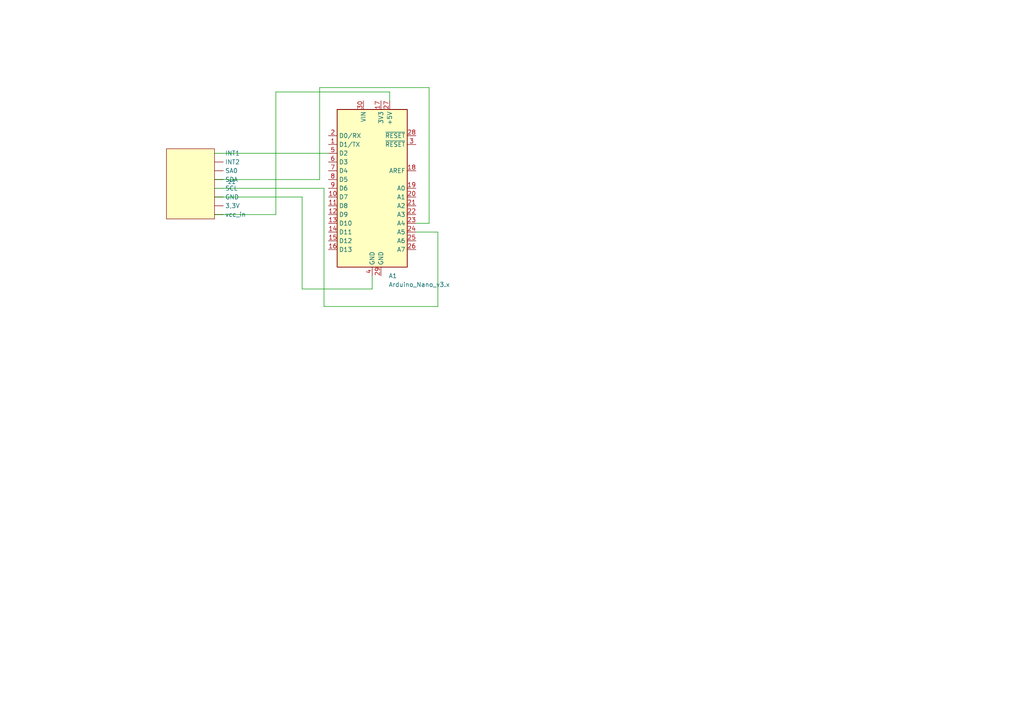
<source format=kicad_sch>
(kicad_sch (version 20231120) (generator "eeschema") (generator_version "8.0")
  (paper "A4")
  (lib_symbols
    (symbol "MCU_Module:Arduino_Nano_v3.x"
      (property "Reference" "A" (at -10.16 23.495 0))
      (property "Value" "Arduino_Nano_v3.x" (at 5.08 -24.13 0))
      (symbol "Arduino_Nano_v3.x_0_1"
        (rectangle (start -10.16 22.86) (end 10.16 -22.86) (stroke (width 0.254)) (fill (type background)))
      )
      (symbol "Arduino_Nano_v3.x_1_1"
        (pin bidirectional line (at -12.7 12.7 0) (length 2.54) (name "D1/TX") (number "1"))
        (pin bidirectional line (at -12.7 -2.54 0) (length 2.54) (name "D7") (number "10"))
        (pin bidirectional line (at -12.7 -5.08 0) (length 2.54) (name "D8") (number "11"))
        (pin bidirectional line (at -12.7 -7.62 0) (length 2.54) (name "D9") (number "12"))
        (pin bidirectional line (at -12.7 -10.16 0) (length 2.54) (name "D10") (number "13"))
        (pin bidirectional line (at -12.7 -12.7 0) (length 2.54) (name "D11") (number "14"))
        (pin bidirectional line (at -12.7 -15.24 0) (length 2.54) (name "D12") (number "15"))
        (pin bidirectional line (at -12.7 -17.78 0) (length 2.54) (name "D13") (number "16"))
        (pin power_out line (at 2.54 25.4 270) (length 2.54) (name "3V3") (number "17"))
        (pin input line (at 12.7 5.08 180) (length 2.54) (name "AREF") (number "18"))
        (pin bidirectional line (at 12.7 0 180) (length 2.54) (name "A0") (number "19"))
        (pin bidirectional line (at -12.7 15.24 0) (length 2.54) (name "D0/RX") (number "2"))
        (pin bidirectional line (at 12.7 -2.54 180) (length 2.54) (name "A1") (number "20"))
        (pin bidirectional line (at 12.7 -5.08 180) (length 2.54) (name "A2") (number "21"))
        (pin bidirectional line (at 12.7 -7.62 180) (length 2.54) (name "A3") (number "22"))
        (pin bidirectional line (at 12.7 -10.16 180) (length 2.54) (name "A4") (number "23"))
        (pin bidirectional line (at 12.7 -12.7 180) (length 2.54) (name "A5") (number "24"))
        (pin bidirectional line (at 12.7 -15.24 180) (length 2.54) (name "A6") (number "25"))
        (pin bidirectional line (at 12.7 -17.78 180) (length 2.54) (name "A7") (number "26"))
        (pin power_out line (at 5.08 25.4 270) (length 2.54) (name "+5V") (number "27"))
        (pin input line (at 12.7 15.24 180) (length 2.54) (name "~{RESET}") (number "28"))
        (pin power_in line (at 2.54 -25.4 90) (length 2.54) (name "GND") (number "29"))
        (pin input line (at 12.7 12.7 180) (length 2.54) (name "~{RESET}") (number "3"))
        (pin power_in line (at -2.54 25.4 270) (length 2.54) (name "VIN") (number "30"))
        (pin power_in line (at 0 -25.4 90) (length 2.54) (name "GND") (number "4"))
        (pin bidirectional line (at -12.7 10.16 0) (length 2.54) (name "D2") (number "5"))
        (pin bidirectional line (at -12.7 7.62 0) (length 2.54) (name "D3") (number "6"))
        (pin bidirectional line (at -12.7 5.08 0) (length 2.54) (name "D4") (number "7"))
        (pin bidirectional line (at -12.7 2.54 0) (length 2.54) (name "D5") (number "8"))
        (pin bidirectional line (at -12.7 0 0) (length 2.54) (name "D6") (number "9"))
      )
    )
    (symbol "mm845x bib:mm845x"
      (property "Reference" "U" (at 0 0 0))
      (symbol "mm845x_1_1"
        (rectangle (start -15.24 7.62) (end -1.27 -12.7) (fill (type background)))
        (pin output line (at -15.24 3.81 180) (length 2.54) (name "3,3V") (number ""))
        (pin input line (at -15.24 1.27 180) (length 2.54) (name "GND") (number ""))
        (pin output line (at -15.24 -11.43 180) (length 2.54) (name "INT1") (number ""))
        (pin output line (at -15.24 -8.89 180) (length 2.54) (name "INT2") (number ""))
        (pin input line (at -15.24 -6.35 180) (length 2.54) (name "SA0") (number ""))
        (pin bidirectional line (at -15.24 -1.27 180) (length 2.54) (name "SCL") (number ""))
        (pin bidirectional line (at -15.24 -3.81 180) (length 2.54) (name "SDA") (number ""))
        (pin input line (at -15.24 6.35 180) (length 2.54) (name "vcc_in") (number ""))
      )
    )
  )
  (wire (pts (xy 93.98 54.61) (xy 93.98 88.9)))
  (wire (pts (xy 87.63 57.15) (xy 87.63 83.82)))
  (wire (pts (xy 62.23 44.45) (xy 95.25 44.45)))
  (wire (pts (xy 124.46 64.77) (xy 120.65 64.77)))
  (wire (pts (xy 87.63 83.82) (xy 107.95 83.82)))
  (wire (pts (xy 62.23 57.15) (xy 87.63 57.15)))
  (wire (pts (xy 80.01 26.67) (xy 113.03 26.67)))
  (wire (pts (xy 124.46 25.4) (xy 124.46 64.77)))
  (wire (pts (xy 62.23 52.07) (xy 92.71 52.07)))
  (wire (pts (xy 92.71 52.07) (xy 92.71 25.4)))
  (wire (pts (xy 113.03 26.67) (xy 113.03 29.21)))
  (wire (pts (xy 127 88.9) (xy 127 67.31)))
  (wire (pts (xy 92.71 25.4) (xy 124.46 25.4)))
  (wire (pts (xy 127 67.31) (xy 120.65 67.31)))
  (wire (pts (xy 62.23 62.23) (xy 80.01 62.23)))
  (wire (pts (xy 62.23 54.61) (xy 93.98 54.61)))
  (wire (pts (xy 80.01 62.23) (xy 80.01 26.67)))
  (wire (pts (xy 107.95 83.82) (xy 107.95 80.01)))
  (wire (pts (xy 93.98 88.9) (xy 127 88.9)))
  (symbol (lib_id "MCU_Module:Arduino_Nano_v3.x") (at 107.95 54.61 0) (unit 1)
    (property "Reference" "A1" (at 112.6841 80.01 0) (effects (justify left)))
    (property "Value" "Arduino_Nano_v3.x" (at 112.6841 82.55 0) (effects (justify left)))
    (property "Footprint" "Module:Arduino_Nano" (effects (hide yes)))
    (property "Datasheet" "http://www.mouser.com/pdfdocs/Gravitech_Arduino_Nano3_0.pdf" (effects (hide yes)))
    (property "Description" "Arduino Nano v3.x" (effects (hide yes)))
  )
  (symbol (lib_id "mm845x bib:mm845x") (at 46.99 55.88 180) (unit 1)
    (property "Reference" "z1" (at 66.04 52.7049 0) (effects (justify right)))
    (property "Value" "~" (at 66.04 54.61 0) (effects (justify right)))
  )
)
</source>
